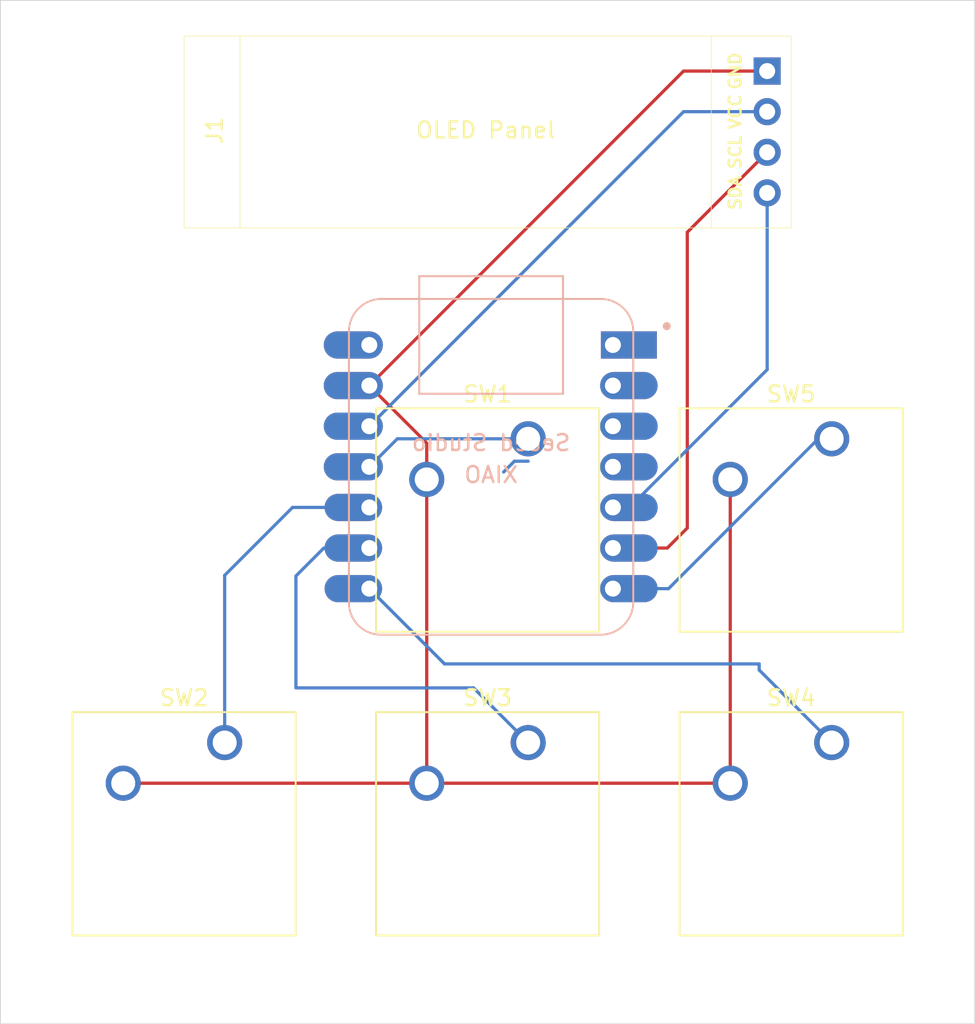
<source format=kicad_pcb>
(kicad_pcb (version 20241229) (generator "pcbnew") (generator_version "9.0")
  (layers (0 "F.Cu" signal) (2 "B.Cu" signal) (13 "F.Paste" user) (15 "B.Paste" user) (5 "F.SilkS" user "F.Silkscreen") (7 "B.SilkS" user "B.Silkscreen") (1 "F.Mask" user) (3 "B.Mask" user) (25 "Edge.Cuts" user))
  (net 0 "")
  (net 1 "Net-(U1-PA6_A10_D10_MOSI)")
  (net 2 "GND")
  (net 3 "Net-(U1-PA5_A9_D9_MISO)")
  (net 4 "Net-(U1-PA7_A8_D8_SCK)")
  (net 5 "Net-(U1-PB09_A7_D7_RX)")
  (net 6 "Net-(J1-Pin_2)")
  (net 9 "Net-(J1-Pin_3)")
  (net 11 "Net-(J1-Pin_4)")
  (net 14 "Net-(U1-PB08_A6_D6_TX)")
  (footprint "KiCad-SSD1306-0.91-OLED-4pin-128x32:SSD1306-0.91-OLED-4pin-128x32" (layer "F.Cu") (at 80 90.23)
    (property "Reference" "J1" (at 1.9 5.91 90) (layer "F.SilkS"))
    (property "Value" "Conn_01x04_MountingPin")
    (fp_line (start 0 0) (end 0 12) (stroke (width 0.04)) (layer "F.SilkS"))
    (fp_line (start 0 12) (end 38 12) (stroke (width 0.04)) (layer "F.SilkS"))
    (fp_line (start 3.5 0) (end 3.5 12) (stroke (width 0.04)) (layer "F.SilkS"))
    (fp_line (start 33 0) (end 33 12) (stroke (width 0.04)) (layer "F.SilkS"))
    (fp_line (start 38 0) (end 0 0) (stroke (width 0.04)) (layer "F.SilkS"))
    (fp_line (start 38 12) (end 38 0) (stroke (width 0.04)) (layer "F.SilkS"))
    (fp_text user "OLED Panel" (at 18.885 5.885 0) (layer "F.SilkS"))
    (fp_text user "VCC" (at 34.5 4.73 270) (layer "F.SilkS") (effects (font (size 0.75 0.75))))
    (fp_text user "SCL" (at 34.5 7.27 270) (layer "F.SilkS") (effects (font (size 0.75 0.75))))
    (fp_text user "GND" (at 34.5 2.19 270) (layer "F.SilkS") (effects (font (size 0.75 0.75))))
    (fp_text user "SDA" (at 34.5 9.81 270) (layer "F.SilkS") (effects (font (size 0.75 0.75))))
    (pad "1" thru_hole rect (at 36.5 2.19) (size 1.7 1.7) (drill 1) (layers "*.Cu" "*.Mask") (net 2 "GND"))
    (pad "2" thru_hole oval (at 36.5 4.73) (size 1.7 1.7) (drill 1) (layers "*.Cu" "*.Mask") (net 6 "Net-(J1-Pin_2)"))
    (pad "3" thru_hole oval (at 36.5 7.27) (size 1.7 1.7) (drill 1) (layers "*.Cu" "*.Mask") (net 9 "Net-(J1-Pin_3)"))
    (pad "4" thru_hole oval (at 36.5 9.81) (size 1.7 1.7) (drill 1) (layers "*.Cu" "*.Mask") (net 11 "Net-(J1-Pin_4)"))
  )
  (footprint "Button_Switch_Keyboard:SW_Cherry_MX_1.00u_PCB" (layer "F.Cu") (at 101.54 115.42)
    (property "Reference" "SW1" (at -2.54 -2.794 0) (layer "F.SilkS"))
    (property "Value" "SW_Push")
    (fp_line (start -9.525 -1.905) (end 4.445 -1.905) (stroke (width 0.12)) (layer "F.SilkS"))
    (fp_line (start -9.525 12.065) (end -9.525 -1.905) (stroke (width 0.12)) (layer "F.SilkS"))
    (fp_line (start 4.445 -1.905) (end 4.445 12.065) (stroke (width 0.12)) (layer "F.SilkS"))
    (fp_line (start 4.445 12.065) (end -9.525 12.065) (stroke (width 0.12)) (layer "F.SilkS"))
    (pad "" np_thru_hole circle (at -7.62 5.08) (size 1.7 1.7) (drill 1.7) (layers "*.Cu" "*.Mask"))
    (pad "" np_thru_hole circle (at -2.54 5.08) (size 4 4) (drill 4) (layers "*.Cu" "*.Mask"))
    (pad "" np_thru_hole circle (at 2.54 5.08) (size 1.7 1.7) (drill 1.7) (layers "*.Cu" "*.Mask"))
    (pad "1" thru_hole circle (at 0 0) (size 2.2 2.2) (drill 1.5) (layers "*.Cu" "*.Mask") (net 1 "Net-(U1-PA6_A10_D10_MOSI)"))
    (pad "2" thru_hole circle (at -6.35 2.54) (size 2.2 2.2) (drill 1.5) (layers "*.Cu" "*.Mask") (net 2 "GND"))
  )
  (footprint "Button_Switch_Keyboard:SW_Cherry_MX_1.00u_PCB" (layer "F.Cu") (at 82.54 134.42)
    (property "Reference" "SW2" (at -2.54 -2.794 0) (layer "F.SilkS"))
    (property "Value" "SW_Push")
    (fp_line (start -9.525 -1.905) (end 4.445 -1.905) (stroke (width 0.12)) (layer "F.SilkS"))
    (fp_line (start -9.525 12.065) (end -9.525 -1.905) (stroke (width 0.12)) (layer "F.SilkS"))
    (fp_line (start 4.445 -1.905) (end 4.445 12.065) (stroke (width 0.12)) (layer "F.SilkS"))
    (fp_line (start 4.445 12.065) (end -9.525 12.065) (stroke (width 0.12)) (layer "F.SilkS"))
    (pad "" np_thru_hole circle (at -7.62 5.08) (size 1.7 1.7) (drill 1.7) (layers "*.Cu" "*.Mask"))
    (pad "" np_thru_hole circle (at -2.54 5.08) (size 4 4) (drill 4) (layers "*.Cu" "*.Mask"))
    (pad "" np_thru_hole circle (at 2.54 5.08) (size 1.7 1.7) (drill 1.7) (layers "*.Cu" "*.Mask"))
    (pad "1" thru_hole circle (at 0 0) (size 2.2 2.2) (drill 1.5) (layers "*.Cu" "*.Mask") (net 3 "Net-(U1-PA5_A9_D9_MISO)"))
    (pad "2" thru_hole circle (at -6.35 2.54) (size 2.2 2.2) (drill 1.5) (layers "*.Cu" "*.Mask") (net 2 "GND"))
  )
  (footprint "Button_Switch_Keyboard:SW_Cherry_MX_1.00u_PCB" (layer "F.Cu") (at 120.54 134.42)
    (property "Reference" "SW4" (at -2.54 -2.794 0) (layer "F.SilkS"))
    (property "Value" "SW_Push")
    (fp_line (start -9.525 -1.905) (end 4.445 -1.905) (stroke (width 0.12)) (layer "F.SilkS"))
    (fp_line (start -9.525 12.065) (end -9.525 -1.905) (stroke (width 0.12)) (layer "F.SilkS"))
    (fp_line (start 4.445 -1.905) (end 4.445 12.065) (stroke (width 0.12)) (layer "F.SilkS"))
    (fp_line (start 4.445 12.065) (end -9.525 12.065) (stroke (width 0.12)) (layer "F.SilkS"))
    (pad "" np_thru_hole circle (at -7.62 5.08) (size 1.7 1.7) (drill 1.7) (layers "*.Cu" "*.Mask"))
    (pad "" np_thru_hole circle (at -2.54 5.08) (size 4 4) (drill 4) (layers "*.Cu" "*.Mask"))
    (pad "" np_thru_hole circle (at 2.54 5.08) (size 1.7 1.7) (drill 1.7) (layers "*.Cu" "*.Mask"))
    (pad "1" thru_hole circle (at 0 0) (size 2.2 2.2) (drill 1.5) (layers "*.Cu" "*.Mask") (net 5 "Net-(U1-PB09_A7_D7_RX)"))
    (pad "2" thru_hole circle (at -6.35 2.54) (size 2.2 2.2) (drill 1.5) (layers "*.Cu" "*.Mask") (net 2 "GND"))
  )
  (footprint "Button_Switch_Keyboard:SW_Cherry_MX_1.00u_PCB" (layer "F.Cu") (at 101.54 134.42)
    (property "Reference" "SW3" (at -2.54 -2.794 0) (layer "F.SilkS"))
    (property "Value" "SW_Push")
    (fp_line (start -9.525 -1.905) (end 4.445 -1.905) (stroke (width 0.12)) (layer "F.SilkS"))
    (fp_line (start -9.525 12.065) (end -9.525 -1.905) (stroke (width 0.12)) (layer "F.SilkS"))
    (fp_line (start 4.445 -1.905) (end 4.445 12.065) (stroke (width 0.12)) (layer "F.SilkS"))
    (fp_line (start 4.445 12.065) (end -9.525 12.065) (stroke (width 0.12)) (layer "F.SilkS"))
    (pad "" np_thru_hole circle (at -7.62 5.08) (size 1.7 1.7) (drill 1.7) (layers "*.Cu" "*.Mask"))
    (pad "" np_thru_hole circle (at -2.54 5.08) (size 4 4) (drill 4) (layers "*.Cu" "*.Mask"))
    (pad "" np_thru_hole circle (at 2.54 5.08) (size 1.7 1.7) (drill 1.7) (layers "*.Cu" "*.Mask"))
    (pad "1" thru_hole circle (at 0 0) (size 2.2 2.2) (drill 1.5) (layers "*.Cu" "*.Mask") (net 4 "Net-(U1-PA7_A8_D8_SCK)"))
    (pad "2" thru_hole circle (at -6.35 2.54) (size 2.2 2.2) (drill 1.5) (layers "*.Cu" "*.Mask") (net 2 "GND"))
  )
  (footprint "Button_Switch_Keyboard:SW_Cherry_MX_1.00u_PCB" (layer "F.Cu") (at 120.54 115.42)
    (property "Reference" "SW5" (at -2.54 -2.794 0) (layer "F.SilkS"))
    (property "Value" "SW_Push")
    (fp_line (start -9.525 -1.905) (end 4.445 -1.905) (stroke (width 0.12)) (layer "F.SilkS"))
    (fp_line (start -9.525 12.065) (end -9.525 -1.905) (stroke (width 0.12)) (layer "F.SilkS"))
    (fp_line (start 4.445 -1.905) (end 4.445 12.065) (stroke (width 0.12)) (layer "F.SilkS"))
    (fp_line (start 4.445 12.065) (end -9.525 12.065) (stroke (width 0.12)) (layer "F.SilkS"))
    (pad "" np_thru_hole circle (at -7.62 5.08) (size 1.7 1.7) (drill 1.7) (layers "*.Cu" "*.Mask"))
    (pad "" np_thru_hole circle (at -2.54 5.08) (size 4 4) (drill 4) (layers "*.Cu" "*.Mask"))
    (pad "" np_thru_hole circle (at 2.54 5.08) (size 1.7 1.7) (drill 1.7) (layers "*.Cu" "*.Mask"))
    (pad "1" thru_hole circle (at 0 0) (size 2.2 2.2) (drill 1.5) (layers "*.Cu" "*.Mask") (net 14 "Net-(U1-PB08_A6_D6_TX)"))
    (pad "2" thru_hole circle (at -6.35 2.54) (size 2.2 2.2) (drill 1.5) (layers "*.Cu" "*.Mask") (net 2 "GND"))
  )
  (footprint "footprints:XIAO-Generic-Hybrid-14P-2.54-21X17.8MM" (layer "B.Cu") (at 99.219 117.17253 180)
    (property "Reference" "U1" (at 0 -2.54 0) (layer "B.SilkS") (effects (font (size 0.889 0.889) (thickness 0.1016)) (justify mirror)))
    (property "Value" "MOUDLE-SEEEDUINO-XIAO" (hide yes))
    (fp_line (start 8.9 -8.5) (end 8.9 8.5) (stroke (width 0.127)) (layer "B.SilkS"))
    (fp_line (start 6.9 10.49909) (end -6.9 10.49909) (stroke (width 0.127)) (layer "B.SilkS"))
    (fp_line (start 4.5 11.92403) (end 4.5 4.57073) (stroke (width 0.127)) (layer "B.SilkS"))
    (fp_line (start 4.5 4.57073) (end -4.5 4.57073) (stroke (width 0.127)) (layer "B.SilkS"))
    (fp_line (start -4.5 11.92403) (end 4.5 11.92403) (stroke (width 0.127)) (layer "B.SilkS"))
    (fp_line (start -4.5 4.57073) (end -4.5 11.92403) (stroke (width 0.127)) (layer "B.SilkS"))
    (fp_line (start -6.9 -10.5) (end 6.9 -10.5) (stroke (width 0.127)) (layer "B.SilkS"))
    (fp_line (start -8.9 8.5) (end -8.9 -8.5) (stroke (width 0.127)) (layer "B.SilkS"))
    (fp_arc (start 8.9 8.5) (mid 8.301492 9.901492) (end 6.9 10.5) (stroke (width 0.12)) (layer "B.SilkS"))
    (fp_arc (start 6.9 -10.5) (mid 8.314214 -9.914214) (end 8.9 -8.5) (stroke (width 0.12)) (layer "B.SilkS"))
    (fp_arc (start -6.9 10.5) (mid -8.301491 9.901491) (end -8.9 8.5) (stroke (width 0.12)) (layer "B.SilkS"))
    (fp_arc (start -8.9 -8.5) (mid -8.301423 -9.901423) (end -6.9 -10.5) (stroke (width 0.12)) (layer "B.SilkS"))
    (fp_circle (center -11 8.8) (end -11 9.054) (fill yes) (layer "B.SilkS"))
    (fp_poly (pts (xy -8.887715 8.561705) (xy -8.884667 8.610473) (xy -8.880603 8.659494)) (stroke (width 0.0254)) (fill no) (layer "B.SilkS"))
    (fp_poly (pts (xy 8.889492 -8.521574) (xy 8.887713 -8.57085) (xy 8.884665 -8.619618) (xy 8.880601 -8.668639) (xy 8.875268 -8.717407) (xy 8.868664 -8.766175) (xy 8.861044 -8.81469) (xy 8.852153 -8.86295) (xy 8.842248 -8.910955)) (stroke (width 0.0254)) (fill no) (layer "B.SilkS"))
    (fp_text user "Seeed Studio" (at 0 1.5 0) (layer "B.SilkS") (effects (justify mirror)))
    (fp_text user "XIAO" (at 0 -0.5 0) (layer "B.SilkS") (effects (justify mirror)))
    (pad "1" thru_hole rect (at -7.625 7.62 180) (size 3.5 1.7) (drill 1 (offset -1 0)) (layers "*.Cu" "*.Mask"))
    (pad "2" thru_hole oval (at -7.625 5.08 180) (size 3.6 1.7) (drill 1 (offset -1 0)) (layers "*.Cu" "*.Mask"))
    (pad "3" thru_hole oval (at -7.625 2.54 180) (size 3.6 1.7) (drill 1 (offset -1 0)) (layers "*.Cu" "*.Mask"))
    (pad "4" thru_hole oval (at -7.625 0 180) (size 3.6 1.7) (drill 1 (offset -1 0)) (layers "*.Cu" "*.Mask"))
    (pad "5" thru_hole oval (at -7.625 -2.54 180) (size 3.6 1.7) (drill 1 (offset -1 0)) (layers "*.Cu" "*.Mask") (net 11 "Net-(J1-Pin_4)"))
    (pad "6" thru_hole oval (at -7.625 -5.08) (size 3.6 1.7) (drill 1 (offset 1 0)) (layers "*.Cu" "*.Mask") (net 9 "Net-(J1-Pin_3)"))
    (pad "7" thru_hole oval (at -7.625 -7.62 180) (size 3.6 1.7) (drill 1 (offset -1 0)) (layers "*.Cu" "*.Mask") (net 14 "Net-(U1-PB08_A6_D6_TX)"))
    (pad "8" thru_hole oval (at 7.625 -7.62 180) (size 3.6 1.7) (drill 1 (offset 1 0)) (layers "*.Cu" "*.Mask") (net 5 "Net-(U1-PB09_A7_D7_RX)"))
    (pad "9" thru_hole oval (at 7.625 -5.08 180) (size 3.6 1.7) (drill 1 (offset 1 0)) (layers "*.Cu" "*.Mask") (net 4 "Net-(U1-PA7_A8_D8_SCK)"))
    (pad "10" thru_hole oval (at 7.625 -2.54 180) (size 3.6 1.7) (drill 1 (offset 1 0)) (layers "*.Cu" "*.Mask") (net 3 "Net-(U1-PA5_A9_D9_MISO)"))
    (pad "11" thru_hole oval (at 7.625 0 180) (size 3.7 1.7) (drill 1 (offset 1 0)) (layers "*.Cu" "*.Mask") (net 1 "Net-(U1-PA6_A10_D10_MOSI)"))
    (pad "12" thru_hole oval (at 7.625 2.54 180) (size 3.7 1.7) (drill 1 (offset 1 0)) (layers "*.Cu" "*.Mask") (net 6 "Net-(J1-Pin_2)"))
    (pad "13" thru_hole oval (at 7.625 5.08 180) (size 3.7 1.7) (drill 1 (offset 1 0)) (layers "*.Cu" "*.Mask") (net 2 "GND"))
    (pad "14" thru_hole oval (at 7.625 7.62 180) (size 3.7 1.7) (drill 1 (offset 1 0)) (layers "*.Cu" "*.Mask"))
  )
  (gr_rect (start 68.5 88) (end 129.5 152) (stroke (width 0.05)) (fill no) (layer "Edge.Cuts"))
  (segment (start 100 117.5) (end 100.679 116.821) (width 0.2) (layer "B.Cu") (net 0))
  (segment (start 100.679 116.821) (end 101.54 116.821) (width 0.2) (layer "B.Cu") (net 0))
  (segment (start 93.34653 115.42) (end 91.594 117.17253) (width 0.2) (layer "B.Cu") (net 1))
  (segment (start 101.54 115.42) (end 93.34653 115.42) (width 0.2) (layer "B.Cu") (net 1))
  (segment (start 95.04 117.96) (end 95 118) (width 0.2) (layer "F.Cu") (net 2))
  (segment (start 114.19 136.96) (end 95.19 136.96) (width 0.2) (layer "F.Cu") (net 2))
  (segment (start 95.19 117.96) (end 95.19 115.68853) (width 0.2) (layer "F.Cu") (net 2))
  (segment (start 76.19 136.96) (end 95.19 136.96) (width 0.2) (layer "F.Cu") (net 2))
  (segment (start 114.19 117.96) (end 114.19 136.96) (width 0.2) (layer "F.Cu") (net 2))
  (segment (start 95.19 117.96) (end 95.04 117.96) (width 0.2) (layer "F.Cu") (net 2))
  (segment (start 95.19 136.96) (end 95.19 117.96) (width 0.2) (layer "F.Cu") (net 2))
  (segment (start 111.26653 92.42) (end 91.594 112.09253) (width 0.2) (layer "F.Cu") (net 2))
  (segment (start 95.19 115.68853) (end 91.594 112.09253) (width 0.2) (layer "F.Cu") (net 2))
  (segment (start 116.5 92.42) (end 111.26653 92.42) (width 0.2) (layer "F.Cu") (net 2))
  (segment (start 91.594 119.71253) (end 86.78747 119.71253) (width 0.2) (layer "B.Cu") (net 3))
  (segment (start 86.78747 119.71253) (end 82.54 123.96) (width 0.2) (layer "B.Cu") (net 3))
  (segment (start 82.54 123.96) (end 82.54 134.42) (width 0.2) (layer "B.Cu") (net 3))
  (segment (start 98.12 131) (end 87 131) (width 0.2) (layer "B.Cu") (net 4))
  (segment (start 88.74747 122.25253) (end 91.594 122.25253) (width 0.2) (layer "B.Cu") (net 4))
  (segment (start 87 131) (end 87 124) (width 0.2) (layer "B.Cu") (net 4))
  (segment (start 101.54 134.42) (end 98.12 131) (width 0.2) (layer "B.Cu") (net 4))
  (segment (start 87 124) (end 88.74747 122.25253) (width 0.2) (layer "B.Cu") (net 4))
  (segment (start 116 129.5) (end 96.30147 129.5) (width 0.2) (layer "B.Cu") (net 5))
  (segment (start 116 129.88) (end 116 129.5) (width 0.2) (layer "B.Cu") (net 5))
  (segment (start 96.30147 129.5) (end 91.594 124.79253) (width 0.2) (layer "B.Cu") (net 5))
  (segment (start 120.54 134.42) (end 116 129.88) (width 0.2) (layer "B.Cu") (net 5))
  (segment (start 116.5 94.96) (end 111.26653 94.96) (width 0.2) (layer "B.Cu") (net 6))
  (segment (start 111.26653 94.96) (end 91.594 114.63253) (width 0.2) (layer "B.Cu") (net 6))
  (segment (start 116.5 94.96) (end 116.5 95) (width 0.2) (layer "B.Cu") (net 6))
  (segment (start 110.24747 122.25253) (end 106.844 122.25253) (width 0.2) (layer "F.Cu") (net 9))
  (segment (start 111.5 121) (end 110.24747 122.25253) (width 0.2) (layer "F.Cu") (net 9))
  (segment (start 116.5 97.5) (end 111.5 102.5) (width 0.2) (layer "F.Cu") (net 9))
  (segment (start 111.5 102.5) (end 111.5 121) (width 0.2) (layer "F.Cu") (net 9))
  (segment (start 107.09653 122) (end 106.844 122.25253) (width 0.2) (layer "B.Cu") (net 9))
  (segment (start 116.5 111.09429) (end 107.88176 119.71253) (width 0.2) (layer "B.Cu") (net 11))
  (segment (start 116.5 100.04) (end 116.5 111.09429) (width 0.2) (layer "B.Cu") (net 11))
  (segment (start 107.88176 119.71253) (end 106.844 119.71253) (width 0.2) (layer "B.Cu") (net 11))
  (segment (start 119.69847 115.42) (end 110.32594 124.79253) (width 0.2) (layer "B.Cu") (net 14))
  (segment (start 110.32594 124.79253) (end 106.844 124.79253) (width 0.2) (layer "B.Cu") (net 14))
  (segment (start 120.54 115.42) (end 119.69847 115.42) (width 0.2) (layer "B.Cu") (net 14))
)
</source>
